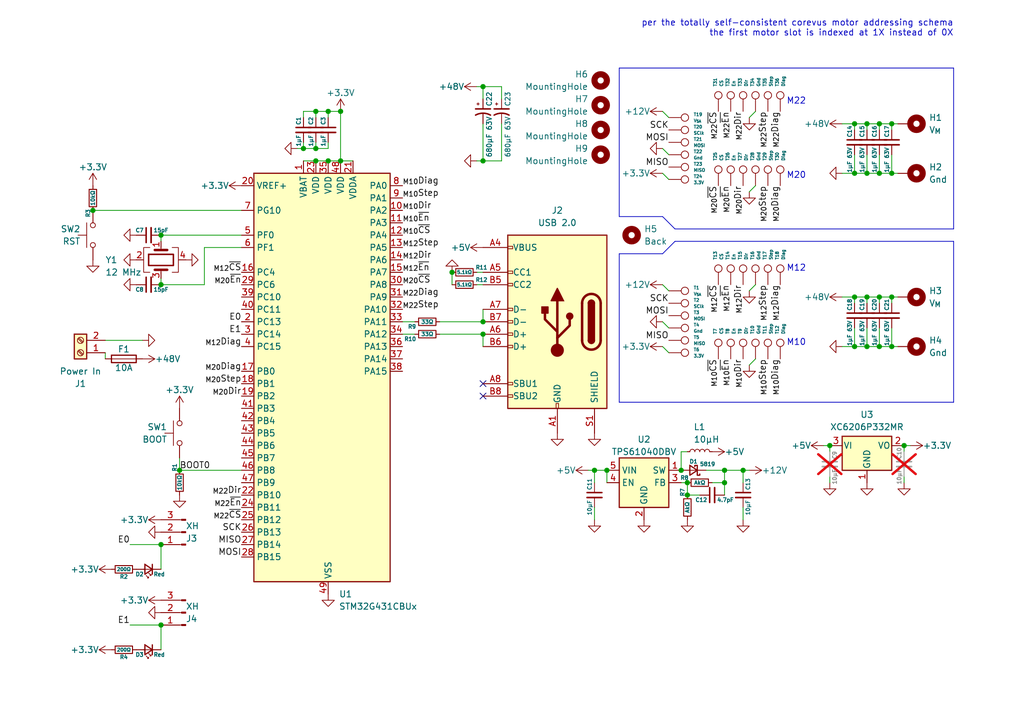
<source format=kicad_sch>
(kicad_sch (version 20230121) (generator eeschema)
  (paper "A5")
  (junction (at 177.8 25.4))
  (junction (at 175.26 35.56))
  (junction (at 182.88 60.96))
  (junction (at 182.88 25.4))
  (junction (at 33.02 48.26))
  (junction (at 148.59 99.06))
  (junction (at 33.02 111.76))
  (junction (at 67.31 22.86))
  (junction (at 177.8 35.56))
  (junction (at 175.26 25.4))
  (junction (at 124.46 96.52))
  (junction (at 180.34 60.96))
  (junction (at 139.7 96.52))
  (junction (at 36.83 96.52))
  (junction (at 182.88 35.56))
  (junction (at 140.97 101.6))
  (junction (at 180.34 71.12))
  (junction (at 121.92 96.52))
  (junction (at 152.4 96.52))
  (junction (at 99.06 33.02))
  (junction (at 140.97 99.06))
  (junction (at 177.8 60.96))
  (junction (at 64.77 30.48))
  (junction (at 177.8 71.12))
  (junction (at 148.59 96.52))
  (junction (at 33.02 58.42))
  (junction (at 180.34 25.4))
  (junction (at 182.88 71.12))
  (junction (at 185.42 91.44))
  (junction (at 170.18 91.44))
  (junction (at 69.85 33.02))
  (junction (at 175.26 60.96))
  (junction (at 64.77 33.02))
  (junction (at 99.06 17.78))
  (junction (at 99.06 68.58))
  (junction (at 175.26 71.12))
  (junction (at 33.02 128.27))
  (junction (at 67.31 33.02))
  (junction (at 64.77 22.86))
  (junction (at 92.71 55.88))
  (junction (at 99.06 66.04))
  (junction (at 180.34 35.56))
  (junction (at 62.23 30.48))
  (junction (at 69.85 22.86))
  (junction (at 19.05 43.18))
  (no_connect (at 99.06 81.28))
  (no_connect (at 99.06 78.74))
  (wire (pts (xy 175.26 31.75) (xy 175.26 35.56)))
  (polyline (pts (xy 127 13.97) (xy 195.58 13.97)))
  (wire (pts (xy 175.26 71.12) (xy 177.8 71.12)))
  (wire (pts (xy 33.02 48.26) (xy 49.53 48.26)))
  (wire (pts (xy 41.91 50.8) (xy 41.91 58.42)))
  (wire (pts (xy 90.17 66.04) (xy 99.06 66.04)))
  (wire (pts (xy 172.72 71.12) (xy 175.26 71.12)))
  (polyline (pts (xy 127 52.07) (xy 127 82.55)))
  (wire (pts (xy 26.67 111.76) (xy 33.02 111.76)))
  (wire (pts (xy 135.89 71.12) (xy 137.16 72.39)))
  (wire (pts (xy 182.88 31.75) (xy 182.88 35.56)))
  (polyline (pts (xy 195.58 13.97) (xy 195.58 46.99)))
  (wire (pts (xy 69.85 33.02) (xy 69.85 22.86)))
  (wire (pts (xy 64.77 33.02) (xy 67.31 33.02)))
  (wire (pts (xy 67.31 33.02) (xy 69.85 33.02)))
  (wire (pts (xy 175.26 60.96) (xy 177.8 60.96)))
  (wire (pts (xy 99.06 55.88) (xy 97.79 55.88)))
  (wire (pts (xy 168.91 91.44) (xy 170.18 91.44)))
  (wire (pts (xy 92.71 55.88) (xy 92.71 58.42)))
  (wire (pts (xy 124.46 96.52) (xy 124.46 99.06)))
  (wire (pts (xy 36.83 96.52) (xy 49.53 96.52)))
  (wire (pts (xy 175.26 62.23) (xy 175.26 60.96)))
  (polyline (pts (xy 195.58 49.53) (xy 195.58 82.55)))
  (wire (pts (xy 180.34 25.4) (xy 182.88 25.4)))
  (wire (pts (xy 185.42 91.44) (xy 186.69 91.44)))
  (wire (pts (xy 180.34 35.56) (xy 182.88 35.56)))
  (wire (pts (xy 177.8 25.4) (xy 180.34 25.4)))
  (wire (pts (xy 152.4 106.68) (xy 152.4 104.14)))
  (wire (pts (xy 182.88 26.67) (xy 182.88 25.4)))
  (wire (pts (xy 153.67 74.93) (xy 154.94 73.66)))
  (wire (pts (xy 146.05 99.06) (xy 148.59 99.06)))
  (wire (pts (xy 90.17 68.58) (xy 99.06 68.58)))
  (polyline (pts (xy 127 52.07) (xy 135.89 52.07)))
  (wire (pts (xy 153.67 39.37) (xy 154.94 38.1)))
  (wire (pts (xy 148.59 96.52) (xy 152.4 96.52)))
  (wire (pts (xy 153.67 96.52) (xy 152.4 96.52)))
  (wire (pts (xy 99.06 25.4) (xy 99.06 33.02)))
  (wire (pts (xy 62.23 29.21) (xy 62.23 30.48)))
  (wire (pts (xy 182.88 67.31) (xy 182.88 71.12)))
  (wire (pts (xy 135.89 58.42) (xy 137.16 59.69)))
  (wire (pts (xy 67.31 24.13) (xy 67.31 22.86)))
  (wire (pts (xy 172.72 35.56) (xy 175.26 35.56)))
  (wire (pts (xy 33.02 48.26) (xy 33.02 49.53)))
  (wire (pts (xy 121.92 104.14) (xy 121.92 106.68)))
  (wire (pts (xy 26.67 128.27) (xy 33.02 128.27)))
  (wire (pts (xy 99.06 17.78) (xy 99.06 20.32)))
  (wire (pts (xy 62.23 24.13) (xy 62.23 22.86)))
  (wire (pts (xy 177.8 26.67) (xy 177.8 25.4)))
  (wire (pts (xy 64.77 30.48) (xy 67.31 30.48)))
  (wire (pts (xy 139.7 92.71) (xy 139.7 96.52)))
  (wire (pts (xy 19.05 43.18) (xy 49.53 43.18)))
  (wire (pts (xy 180.34 26.67) (xy 180.34 25.4)))
  (wire (pts (xy 21.59 73.66) (xy 21.59 72.39)))
  (wire (pts (xy 182.88 35.56) (xy 184.15 35.56)))
  (wire (pts (xy 153.67 24.13) (xy 154.94 22.86)))
  (polyline (pts (xy 127 13.97) (xy 127 44.45)))
  (wire (pts (xy 102.87 25.4) (xy 102.87 33.02)))
  (wire (pts (xy 60.96 30.48) (xy 62.23 30.48)))
  (wire (pts (xy 64.77 22.86) (xy 67.31 22.86)))
  (wire (pts (xy 185.42 91.44) (xy 185.42 92.71)))
  (wire (pts (xy 120.65 96.52) (xy 121.92 96.52)))
  (wire (pts (xy 170.18 97.79) (xy 170.18 99.06)))
  (wire (pts (xy 153.67 59.69) (xy 154.94 58.42)))
  (wire (pts (xy 177.8 62.23) (xy 177.8 60.96)))
  (wire (pts (xy 102.87 17.78) (xy 102.87 20.32)))
  (wire (pts (xy 33.02 58.42) (xy 41.91 58.42)))
  (wire (pts (xy 182.88 60.96) (xy 184.15 60.96)))
  (wire (pts (xy 172.72 25.4) (xy 175.26 25.4)))
  (wire (pts (xy 148.59 96.52) (xy 148.59 99.06)))
  (wire (pts (xy 67.31 29.21) (xy 67.31 30.48)))
  (wire (pts (xy 180.34 71.12) (xy 182.88 71.12)))
  (wire (pts (xy 121.92 96.52) (xy 121.92 99.06)))
  (wire (pts (xy 180.34 31.75) (xy 180.34 35.56)))
  (wire (pts (xy 180.34 62.23) (xy 180.34 60.96)))
  (wire (pts (xy 64.77 29.21) (xy 64.77 30.48)))
  (wire (pts (xy 41.91 50.8) (xy 49.53 50.8)))
  (wire (pts (xy 64.77 22.86) (xy 64.77 24.13)))
  (wire (pts (xy 99.06 58.42) (xy 97.79 58.42)))
  (wire (pts (xy 140.97 101.6) (xy 143.51 101.6)))
  (wire (pts (xy 82.55 68.58) (xy 85.09 68.58)))
  (wire (pts (xy 62.23 22.86) (xy 64.77 22.86)))
  (wire (pts (xy 175.26 35.56) (xy 177.8 35.56)))
  (wire (pts (xy 180.34 67.31) (xy 180.34 71.12)))
  (wire (pts (xy 33.02 111.76) (xy 33.02 116.84)))
  (polyline (pts (xy 127 44.45) (xy 135.89 44.45)))
  (wire (pts (xy 185.42 97.79) (xy 185.42 99.06)))
  (polyline (pts (xy 138.43 46.99) (xy 135.89 44.45)))
  (wire (pts (xy 97.79 33.02) (xy 99.06 33.02)))
  (wire (pts (xy 144.78 96.52) (xy 148.59 96.52)))
  (wire (pts (xy 135.89 66.04) (xy 137.16 67.31)))
  (wire (pts (xy 139.7 92.71) (xy 140.97 92.71)))
  (wire (pts (xy 62.23 33.02) (xy 64.77 33.02)))
  (polyline (pts (xy 138.43 49.53) (xy 135.89 52.07)))
  (wire (pts (xy 62.23 30.48) (xy 64.77 30.48)))
  (wire (pts (xy 140.97 99.06) (xy 140.97 101.6)))
  (wire (pts (xy 99.06 63.5) (xy 99.06 66.04)))
  (wire (pts (xy 135.89 22.86) (xy 137.16 24.13)))
  (wire (pts (xy 180.34 60.96) (xy 182.88 60.96)))
  (wire (pts (xy 135.89 35.56) (xy 137.16 36.83)))
  (wire (pts (xy 182.88 25.4) (xy 184.15 25.4)))
  (wire (pts (xy 177.8 31.75) (xy 177.8 35.56)))
  (wire (pts (xy 170.18 91.44) (xy 170.18 92.71)))
  (wire (pts (xy 182.88 62.23) (xy 182.88 60.96)))
  (wire (pts (xy 33.02 128.27) (xy 33.02 133.35)))
  (wire (pts (xy 99.06 33.02) (xy 102.87 33.02)))
  (wire (pts (xy 175.26 26.67) (xy 175.26 25.4)))
  (wire (pts (xy 135.89 30.48) (xy 137.16 31.75)))
  (wire (pts (xy 172.72 60.96) (xy 175.26 60.96)))
  (wire (pts (xy 121.92 96.52) (xy 124.46 96.52)))
  (wire (pts (xy 33.02 57.15) (xy 33.02 58.42)))
  (wire (pts (xy 177.8 60.96) (xy 180.34 60.96)))
  (wire (pts (xy 177.8 35.56) (xy 180.34 35.56)))
  (wire (pts (xy 152.4 96.52) (xy 152.4 99.06)))
  (wire (pts (xy 99.06 17.78) (xy 102.87 17.78)))
  (wire (pts (xy 69.85 33.02) (xy 72.39 33.02)))
  (wire (pts (xy 148.59 99.06) (xy 148.59 101.6)))
  (wire (pts (xy 99.06 68.58) (xy 99.06 71.12)))
  (wire (pts (xy 67.31 22.86) (xy 69.85 22.86)))
  (wire (pts (xy 82.55 66.04) (xy 85.09 66.04)))
  (wire (pts (xy 175.26 25.4) (xy 177.8 25.4)))
  (wire (pts (xy 21.59 69.85) (xy 29.21 69.85)))
  (polyline (pts (xy 127 82.55) (xy 195.58 82.55)))
  (wire (pts (xy 177.8 67.31) (xy 177.8 71.12)))
  (polyline (pts (xy 138.43 46.99) (xy 195.58 46.99)))
  (wire (pts (xy 175.26 67.31) (xy 175.26 71.12)))
  (polyline (pts (xy 138.43 49.53) (xy 195.58 49.53)))
  (wire (pts (xy 36.83 93.98) (xy 36.83 96.52)))
  (wire (pts (xy 182.88 71.12) (xy 184.15 71.12)))
  (wire (pts (xy 139.7 99.06) (xy 140.97 99.06)))
  (wire (pts (xy 177.8 71.12) (xy 180.34 71.12)))
  (wire (pts (xy 97.79 17.78) (xy 99.06 17.78)))
  (text "M12" (at 161.29 55.88 0) (effects (font (size 1.27 1.27)) (justify left bottom)))
  (text "M22" (at 161.29 21.59 0) (effects (font (size 1.27 1.27)) (justify left bottom)))
  (text "per the totally self-consistent corevus motor addressing schema\nthe first motor slot is indexed at 1X instead of 0X" (at 195.58 7.62 0) (effects (font (size 1.27 1.27)) (justify right bottom)))
  (text "12V gate supply" (at 260.35 109.22 0) (effects (font (size 1.27 1.27)) (justify left bottom)))
  (text "M10" (at 161.29 71.12 0) (effects (font (size 1.27 1.27)) (justify left bottom)))
  (text "M20" (at 161.29 36.83 0) (effects (font (size 1.27 1.27)) (justify left bottom)))
  (label "_{M10}Dir" (at 152.4 73.66 270))
  (label "_{M20}~{CS}" (at 82.55 58.42 0))
  (label "_{M10}Step" (at 82.55 40.64 0))
  (label "MOSI" (at 49.53 114.3 180))
  (label "_{M20}Step" (at 49.53 78.74 180))
  (label "_{M20}Diag" (at 160.02 38.1 270))
  (label "MISO" (at 49.53 111.76 180))
  (label "SCK" (at 137.16 26.67 180))
  (label "_{M12}Step" (at 157.48 58.42 270))
  (label "_{M22}~{CS}" (at 147.32 22.86 270))
  (label "_{M12}Dir" (at 152.4 58.42 270))
  (label "_{M20}~{En}" (at 149.86 38.1 270))
  (label "_{M10}~{CS}" (at 82.55 48.26 0))
  (label "_{M12}~{En}" (at 149.86 58.42 270))
  (label "_{M20}Dir" (at 49.53 81.28 180))
  (label "_{M22}Dir" (at 49.53 101.6 180))
  (label "_{M10}Diag" (at 160.02 73.66 270))
  (label "_{M10}Diag" (at 82.55 38.1 0))
  (label "_{M22}~{En}" (at 49.53 104.14 180))
  (label "_{M12}Diag" (at 49.53 71.12 180))
  (label "_{M10}~{CS}" (at 147.32 73.66 270))
  (label "_{M12}~{CS}" (at 49.53 55.88 180))
  (label "_{M20}~{En}" (at 49.53 58.42 180))
  (label "_{M12}Dir" (at 82.55 53.34 0))
  (label "SCK" (at 137.16 62.23 180))
  (label "_{M20}Dir" (at 152.4 38.1 270))
  (label "E1" (at 26.67 128.27 180))
  (label "_{M20}Diag" (at 49.53 76.2 180))
  (label "_{M22}Dir" (at 152.4 22.86 270))
  (label "MOSI" (at 137.16 29.21 180))
  (label "_{M22}~{En}" (at 149.86 22.86 270))
  (label "_{M10}Step" (at 157.48 73.66 270))
  (label "_{M22}Step" (at 82.55 63.5 0))
  (label "_{M12}Step" (at 82.55 50.8 0))
  (label "BOOT0" (at 36.83 96.52 0))
  (label "SCK" (at 49.53 109.22 180))
  (label "_{M20}Step" (at 157.48 38.1 270))
  (label "_{M22}~{CS}" (at 49.53 106.68 180))
  (label "_{M22}Diag" (at 160.02 22.86 270))
  (label "_{M12}~{CS}" (at 147.32 58.42 270))
  (label "_{M12}Diag" (at 160.02 58.42 270))
  (label "_{M22}Diag" (at 82.55 60.96 0))
  (label "_{M22}Step" (at 157.48 22.86 270))
  (label "_{M10}~{En}" (at 82.55 45.72 0))
  (label "MISO" (at 137.16 34.29 180))
  (label "MOSI" (at 137.16 64.77 180))
  (label "_{M10}~{En}" (at 149.86 73.66 270))
  (label "_{M12}~{En}" (at 82.55 55.88 0))
  (label "_{M10}Dir" (at 82.55 43.18 0))
  (label "_{M20}~{CS}" (at 147.32 38.1 270))
  (label "MISO" (at 137.16 69.85 180))
  (label "E1" (at 49.53 68.58 180))
  (label "E0" (at 26.67 111.76 180))
  (label "E0" (at 49.53 66.04 180))
  (symbol (lib_id "Connector:TestPoint") (at 160.02 22.86 0) (unit 1)
    (property "Reference" "T36" (at 159.385 17.78 90) (effects (font (size 0.635 0.635)) (justify left)))
    (property "Value" "Diag" (at 160.655 17.78 90) (effects (font (size 0.635 0.635)) (justify left)))
    (property "Footprint" "corevus:LGA_Spring" (effects hide))
  )
  (symbol (lib_id "power:+5V") (at 146.05 92.71 270) (unit 1)
    (property "Reference" "#PWR030" (effects hide))
    (property "Value" "+5V" (at 148.59 92.71 90) (effects (justify left)))
  )
  (symbol (lib_id "Device:R_Small") (at 140.97 104.14 180) (unit 1)
    (property "Reference" "R7" (at 139.97 101.87 90) (effects (font (size 0.8 0.8)) (justify right)))
    (property "Value" "AkΩ" (at 140.97 104.14 90) (effects (font (size 0.8 0.8))))
    (property "Footprint" "AlphaLib:0402R" (effects hide))
  )
  (symbol (lib_id "Device:C_Polarized_Small_US") (at 102.87 22.86 0) (unit 1)
    (property "Reference" "C23" (at 104.14 21.86 90) (effects (font (size 1 1)) (justify left)))
    (property "Value" "680μF 63V" (at 104.14 23.86 90) (effects (font (size 1 1)) (justify right)))
    (property "Footprint" "corevus:CP_Radial_D12.5mm_P5.00mm_H20mm_Horizontal" (effects hide))
    (property "Field4" "C310848" (effects hide))
  )
  (symbol (lib_id "Connector:TestPoint") (at 149.86 38.1 0) (unit 1)
    (property "Reference" "T26" (at 149.225 33.02 90) (effects (font (size 0.635 0.635)) (justify left)))
    (property "Value" "En" (at 150.495 33.02 90) (effects (font (size 0.635 0.635)) (justify left)))
    (property "Footprint" "corevus:LGA_Spring" (effects hide))
  )
  (symbol (lib_id "Device:LED_Small") (at 30.48 116.84 180) (unit 1)
    (property "Reference" "D2" (at 29.48 117.84 0) (effects (font (size 0.8 0.8)) (justify left)))
    (property "Value" "Red" (at 31.48 117.84 0) (effects (font (size 0.8 0.8)) (justify right)))
    (property "Footprint" "AlphaLib:0603LED" (effects hide))
  )
  (symbol (lib_id "power:GND") (at 140.97 106.68 0) (mirror y) (unit 1)
    (property "Reference" "#PWR032" (effects hide))
    (property "Value" "GND" (effects hide))
  )
  (symbol (lib_id "power:GND") (at 172.72 35.56 270) (unit 1)
    (property "Reference" "#PWR013" (effects hide))
    (property "Value" "GND" (effects hide))
  )
  (symbol (lib_id "power:GND") (at 153.67 24.13 0) (mirror y) (unit 1)
    (property "Reference" "#PWR036" (effects hide))
    (property "Value" "GND" (effects hide))
  )
  (symbol (lib_id "Connector:TestPoint") (at 152.4 73.66 0) (unit 1)
    (property "Reference" "T9" (at 151.765 68.58 90) (effects (font (size 0.635 0.635)) (justify left)))
    (property "Value" "Dir" (at 153.035 68.58 90) (effects (font (size 0.635 0.635)) (justify left)))
    (property "Footprint" "corevus:LGA_Spring" (effects hide))
  )
  (symbol (lib_id "Connector:TestPoint") (at 152.4 58.42 0) (unit 1)
    (property "Reference" "T15" (at 151.765 53.34 90) (effects (font (size 0.635 0.635)) (justify left)))
    (property "Value" "Dir" (at 153.035 53.34 90) (effects (font (size 0.635 0.635)) (justify left)))
    (property "Footprint" "corevus:LGA_Spring" (effects hide))
  )
  (symbol (lib_id "power:+3.3V") (at 49.53 38.1 90) (unit 1)
    (property "Reference" "#PWR03" (effects hide))
    (property "Value" "+3.3V" (at 46.99 38.1 90) (effects (justify left)))
  )
  (symbol (lib_id "Connector:TestPoint") (at 137.16 34.29 270) (unit 1)
    (property "Reference" "T23" (at 142.24 33.655 90) (effects (font (size 0.635 0.635)) (justify left)))
    (property "Value" "MISO" (at 142.24 34.925 90) (effects (font (size 0.635 0.635)) (justify left)))
    (property "Footprint" "corevus:LGA_Spring" (effects hide))
  )
  (symbol (lib_id "power:+12V") (at 135.89 58.42 90) (unit 1)
    (property "Reference" "#PWR039" (effects hide))
    (property "Value" "+12V" (at 133.35 58.42 90) (effects (justify left)))
  )
  (symbol (lib_id "Connector:TestPoint") (at 137.16 31.75 270) (unit 1)
    (property "Reference" "T22" (at 142.24 31.115 90) (effects (font (size 0.635 0.635)) (justify left)))
    (property "Value" "Gnd" (at 142.24 32.385 90) (effects (font (size 0.635 0.635)) (justify left)))
    (property "Footprint" "corevus:LGA_Spring" (effects hide))
  )
  (symbol (lib_id "Mechanical:MountingHole_Pad") (at 186.69 60.96 270) (unit 1)
    (property "Reference" "H3" (at 190.5 59.69 90) (effects (justify left)))
    (property "Value" "V_{M}" (at 190.5 62.23 90) (effects (justify left)))
    (property "Footprint" "corevus:M3_M2.5_PCB_Nut" (effects hide))
  )
  (symbol (lib_id "Connector:TestPoint") (at 137.16 72.39 270) (unit 1)
    (property "Reference" "T6" (at 142.24 71.755 90) (effects (font (size 0.635 0.635)) (justify left)))
    (property "Value" "3.3V" (at 142.24 73.025 90) (effects (font (size 0.635 0.635)) (justify left)))
    (property "Footprint" "corevus:LGA_Spring" (effects hide))
  )
  (symbol (lib_id "Device:R_Small") (at 95.25 55.88 90) (unit 1)
    (property "Reference" "R11" (at 97.52 54.88 90) (effects (font (size 0.8 0.8)) (justify right)))
    (property "Value" "5.1kΩ" (at 95.25 55.88 90) (effects (font (size 0.7 0.7))))
    (property "Footprint" "AlphaLib:0402R" (effects hide))
  )
  (symbol (lib_id "power:+48V") (at 172.72 25.4 90) (unit 1)
    (property "Reference" "#PWR014" (effects hide))
    (property "Value" "+48V" (at 170.18 25.4 90) (effects (justify left)))
  )
  (symbol (lib_id "power:GND") (at 153.67 39.37 0) (mirror y) (unit 1)
    (property "Reference" "#PWR035" (effects hide))
    (property "Value" "GND" (effects hide))
  )
  (symbol (lib_id "Connector:TestPoint") (at 137.16 69.85 270) (unit 1)
    (property "Reference" "T5" (at 142.24 69.215 90) (effects (font (size 0.635 0.635)) (justify left)))
    (property "Value" "MISO" (at 142.24 70.485 90) (effects (font (size 0.635 0.635)) (justify left)))
    (property "Footprint" "corevus:LGA_Spring" (effects hide))
  )
  (symbol (lib_id "power:GND") (at 135.89 66.04 270) (mirror x) (unit 1)
    (property "Reference" "#PWR040" (effects hide))
    (property "Value" "GND" (effects hide))
  )
  (symbol (lib_id "Device:C_Small") (at 30.48 58.42 90) (unit 1)
    (property "Reference" "C8" (at 29.48 59.42 90) (effects (font (size 0.8 0.8)) (justify left)))
    (property "Value" "15pF" (at 31.48 59.42 90) (effects (font (size 0.8 0.8)) (justify right)))
    (property "Footprint" "AlphaLib:0402C" (effects hide))
  )
  (symbol (lib_id "power:+48V") (at 29.21 73.66 270) (mirror x) (unit 1)
    (property "Reference" "#PWR015" (effects hide))
    (property "Value" "+48V" (at 31.75 73.66 90) (effects (justify left)))
  )
  (symbol (lib_id "Device:C_Small") (at 180.34 64.77 0) (unit 1)
    (property "Reference" "C20" (at 179.34 63.77 90) (effects (font (size 0.8 0.8)) (justify left)))
    (property "Value" "1μF 63V" (at 179.34 65.77 90) (effects (font (size 0.8 0.8)) (justify right)))
    (property "Footprint" "Capacitor_SMD:C_1206_3216Metric" (effects hide))
  )
  (symbol (lib_id "Connector:TestPoint") (at 137.16 29.21 270) (unit 1)
    (property "Reference" "T21" (at 142.24 28.575 90) (effects (font (size 0.635 0.635)) (justify left)))
    (property "Value" "MOSI" (at 142.24 29.845 90) (effects (font (size 0.635 0.635)) (justify left)))
    (property "Footprint" "corevus:LGA_Spring" (effects hide))
  )
  (symbol (lib_id "power:GND") (at 170.18 99.06 0) (mirror y) (unit 1)
    (property "Reference" "#PWR024" (effects hide))
    (property "Value" "GND" (effects hide))
  )
  (symbol (lib_id "Connector:TestPoint") (at 137.16 36.83 270) (unit 1)
    (property "Reference" "T24" (at 142.24 36.195 90) (effects (font (size 0.635 0.635)) (justify left)))
    (property "Value" "3.3V" (at 142.24 37.465 90) (effects (font (size 0.635 0.635)) (justify left)))
    (property "Footprint" "corevus:LGA_Spring" (effects hide))
  )
  (symbol (lib_id "Connector:TestPoint") (at 154.94 58.42 0) (unit 1)
    (property "Reference" "T16" (at 154.305 53.34 90) (effects (font (size 0.635 0.635)) (justify left)))
    (property "Value" "Gnd" (at 155.575 53.34 90) (effects (font (size 0.635 0.635)) (justify left)))
    (property "Footprint" "corevus:LGA_Spring" (effects hide))
  )
  (symbol (lib_id "Connector:TestPoint") (at 147.32 38.1 0) (unit 1)
    (property "Reference" "T25" (at 146.685 33.02 90) (effects (font (size 0.635 0.635)) (justify left)))
    (property "Value" "CS" (at 147.955 33.02 90) (effects (font (size 0.635 0.635)) (justify left)))
    (property "Footprint" "corevus:LGA_Spring" (effects hide))
  )
  (symbol (lib_id "power:GND") (at 132.08 106.68 0) (mirror y) (unit 1)
    (property "Reference" "#PWR031" (effects hide))
    (property "Value" "GND" (effects hide))
  )
  (symbol (lib_id "Device:R_Small") (at 143.51 99.06 270) (mirror x) (unit 1)
    (property "Reference" "R8" (at 141.24 98.06 90) (effects (font (size 0.8 0.8)) (justify right)))
    (property "Value" "AkΩ" (at 143.51 99.06 90) (effects (font (size 0.8 0.8))))
    (property "Footprint" "AlphaLib:0402R" (effects hide))
  )
  (symbol (lib_id "Regulator_Switching:TPS61040DBV") (at 132.08 99.06 0) (unit 1)
    (property "Reference" "U2" (at 132.08 90.17 0))
    (property "Value" "TPS61040DBV" (at 132.08 92.71 0))
    (property "Footprint" "Package_TO_SOT_SMD:SOT-23-5" (effects hide))
    (property "Datasheet" "http://www.ti.com/lit/ds/symlink/tps61040.pdf" (effects hide))
  )
  (symbol (lib_id "Device:R_Small") (at 36.83 99.06 180) (unit 1)
    (property "Reference" "R1" (at 35.83 96.79 90) (effects (font (size 0.8 0.8)) (justify right)))
    (property "Value" "10kΩ" (at 36.83 99.06 90) (effects (font (size 0.8 0.8))))
    (property "Footprint" "AlphaLib:0402R" (effects hide))
  )
  (symbol (lib_id "power:+3.3V") (at 135.89 35.56 90) (unit 1)
    (property "Reference" "#PWR037" (effects hide))
    (property "Value" "+3.3V" (at 133.35 35.56 90) (effects (justify left)))
  )
  (symbol (lib_id "Device:C_Small") (at 64.77 26.67 0) (unit 1)
    (property "Reference" "C2" (at 63.77 25.67 90) (effects (font (size 0.8 0.8)) (justify left)))
    (property "Value" "1µF" (at 63.77 27.67 90) (effects (font (size 0.8 0.8)) (justify right)))
    (property "Footprint" "AlphaLib:0402C" (effects hide))
  )
  (symbol (lib_id "Device:Fuse") (at 25.4 73.66 90) (unit 1)
    (property "Reference" "F1" (at 25.4 72.39 90) (effects (justify top)))
    (property "Value" "10A" (at 25.4 76.2 90) (effects (justify top)))
    (property "Footprint" "corevus:XF-505P" (effects hide))
  )
  (symbol (lib_id "Connector:TestPoint") (at 154.94 22.86 0) (unit 1)
    (property "Reference" "T34" (at 154.305 17.78 90) (effects (font (size 0.635 0.635)) (justify left)))
    (property "Value" "Gnd" (at 155.575 17.78 90) (effects (font (size 0.635 0.635)) (justify left)))
    (property "Footprint" "corevus:LGA_Spring" (effects hide))
  )
  (symbol (lib_id "power:GND") (at 135.89 30.48 270) (mirror x) (unit 1)
    (property "Reference" "#PWR038" (effects hide))
    (property "Value" "GND" (effects hide))
  )
  (symbol (lib_id "power:+3.3V") (at 69.85 22.86 0) (mirror y) (unit 1)
    (property "Reference" "#PWR01" (effects hide))
    (property "Value" "+3.3V" (at 69.85 19.05 0))
  )
  (symbol (lib_id "Device:C_Small") (at 180.34 29.21 0) (unit 1)
    (property "Reference" "C16" (at 179.34 28.21 90) (effects (font (size 0.8 0.8)) (justify left)))
    (property "Value" "1μF 63V" (at 179.34 30.21 90) (effects (font (size 0.8 0.8)) (justify right)))
    (property "Footprint" "Capacitor_SMD:C_1206_3216Metric" (effects hide))
  )
  (symbol (lib_id "Device:D_Schottky_Small") (at 142.24 96.52 180) (unit 1)
    (property "Reference" "D1" (at 142.24 94.72 0) (effects (font (size 0.8 0.8))))
    (property "Value" "5819" (at 143.51 95.25 0) (effects (font (size 0.8 0.8)) (justify right)))
    (property "Footprint" "corevus:D_SOD-323" (effects hide))
    (property "Sim.Device" "D" (effects hide))
    (property "Sim.Pins" "1=K 2=A" (effects hide))
  )
  (symbol (lib_id "Connector:Conn_01x03_Pin") (at 38.1 125.73 180) (unit 1)
    (property "Reference" "J4" (at 38.1 127 0) (effects (justify right)))
    (property "Value" "XH" (at 38.1 124.46 0) (effects (justify right)))
    (property "Footprint" "corevus:JST_XH_1x03" (effects hide))
  )
  (symbol (lib_id "Connector:TestPoint") (at 157.48 58.42 0) (unit 1)
    (property "Reference" "T17" (at 156.845 53.34 90) (effects (font (size 0.635 0.635)) (justify left)))
    (property "Value" "Step" (at 158.115 53.34 90) (effects (font (size 0.635 0.635)) (justify left)))
    (property "Footprint" "corevus:LGA_Spring" (effects hide))
  )
  (symbol (lib_id "Mechanical:MountingHole_Pad") (at 186.69 35.56 270) (unit 1)
    (property "Reference" "H2" (at 190.5 34.29 90) (effects (justify left)))
    (property "Value" "Gnd" (at 190.5 36.83 90) (effects (justify left)))
    (property "Footprint" "corevus:M3_M2.5_PCB_Nut" (effects hide))
  )
  (symbol (lib_id "power:GND") (at 153.67 74.93 0) (mirror y) (unit 1)
    (property "Reference" "#PWR020" (effects hide))
    (property "Value" "GND" (effects hide))
  )
  (symbol (lib_id "power:GND") (at 27.94 58.42 270) (mirror x) (unit 1)
    (property "Reference" "#PWR010" (effects hide))
    (property "Value" "GND" (effects hide))
  )
  (symbol (lib_id "power:GND") (at 152.4 106.68 0) (mirror y) (unit 1)
    (property "Reference" "#PWR033" (effects hide))
    (property "Value" "GND" (effects hide))
  )
  (symbol (lib_id "Mechanical:MountingHole") (at 129.54 48.26 270) (unit 1)
    (property "Reference" "H5" (at 132.08 46.99 90) (effects (justify left)))
    (property "Value" "Back" (at 132.08 49.53 90) (effects (justify left)))
    (property "Footprint" "corevus:M3_M2.5_PCB_Nut" (effects hide))
  )
  (symbol (lib_id "Device:L_Small") (at 143.51 92.71 270) (mirror x) (unit 1)
    (property "Reference" "L1" (at 142.24 87.63 90) (effects (justify left)))
    (property "Value" "10µH" (at 142.24 90.17 90) (effects (justify left)))
    (property "Footprint" "Inductor_SMD:L_0805_2012Metric" (effects hide))
  )
  (symbol (lib_id "power:+5V") (at 168.91 91.44 90) (mirror x) (unit 1)
    (property "Reference" "#PWR023" (effects hide))
    (property "Value" "+5V" (at 166.37 91.44 90) (effects (justify left)))
  )
  (symbol (lib_id "Device:C_Small") (at 182.88 64.77 0) (unit 1)
    (property "Reference" "C21" (at 181.88 63.77 90) (effects (font (size 0.8 0.8)) (justify left)))
    (property "Value" "1μF 63V" (at 181.88 65.77 90) (effects (font (size 0.8 0.8)) (justify right)))
    (property "Footprint" "Capacitor_SMD:C_1206_3216Metric" (effects hide))
  )
  (symbol (lib_id "power:+48V") (at 172.72 60.96 90) (unit 1)
    (property "Reference" "#PWR018" (effects hide))
    (property "Value" "+48V" (at 170.18 60.96 90) (effects (justify left)))
  )
  (symbol (lib_id "Connector:TestPoint") (at 157.48 73.66 0) (unit 1)
    (property "Reference" "T11" (at 156.845 68.58 90) (effects (font (size 0.635 0.635)) (justify left)))
    (property "Value" "Step" (at 158.115 68.58 90) (effects (font (size 0.635 0.635)) (justify left)))
    (property "Footprint" "corevus:LGA_Spring" (effects hide))
  )
  (symbol (lib_id "power:GND") (at 27.94 53.34 270) (mirror x) (unit 1)
    (property "Reference" "#PWR011" (effects hide))
    (property "Value" "GND" (effects hide))
  )
  (symbol (lib_id "Device:C_Small") (at 175.26 64.77 0) (unit 1)
    (property "Reference" "C18" (at 174.26 63.77 90) (effects (font (size 0.8 0.8)) (justify left)))
    (property "Value" "1μF 63V" (at 174.26 65.77 90) (effects (font (size 0.8 0.8)) (justify right)))
    (property "Footprint" "Capacitor_SMD:C_1206_3216Metric" (effects hide))
  )
  (symbol (lib_id "Connector:TestPoint") (at 137.16 24.13 270) (unit 1)
    (property "Reference" "T19" (at 142.24 23.495 90) (effects (font (size 0.635 0.635)) (justify left)))
    (property "Value" "V_{SA}" (at 142.24 24.765 90) (effects (font (size 0.635 0.635)) (justify left)))
    (property "Footprint" "corevus:LGA_Spring" (effects hide))
  )
  (symbol (lib_id "Device:C_Small") (at 175.26 29.21 0) (unit 1)
    (property "Reference" "C14" (at 174.26 28.21 90) (effects (font (size 0.8 0.8)) (justify left)))
    (property "Value" "1μF 63V" (at 174.26 30.21 90) (effects (font (size 0.8 0.8)) (justify right)))
    (property "Footprint" "Capacitor_SMD:C_1206_3216Metric" (effects hide))
  )
  (symbol (lib_id "Device:R_Small") (at 25.4 116.84 270) (mirror x) (unit 1)
    (property "Reference" "R2" (at 25.4 118.34 90) (effects (font (size 0.8 0.8))))
    (property "Value" "200Ω" (at 25.4 116.84 90) (effects (font (size 0.7 0.7))))
    (property "Footprint" "AlphaLib:0402R" (effects hide))
  )
  (symbol (lib_id "Switch:SW_Push") (at 36.83 88.9 90) (unit 1)
    (property "Reference" "SW1" (at 34.29 87.63 90) (effects (justify left)))
    (property "Value" "BOOT" (at 34.29 90.17 90) (effects (justify left)))
    (property "Footprint" "corevus:ShouHan_TS3315A" (effects hide))
  )
  (symbol (lib_id "power:+3.3V") (at 33.02 123.19 90) (mirror x) (unit 1)
    (property "Reference" "#PWR051" (effects hide))
    (property "Value" "+3.3V" (at 30.48 123.19 90) (effects (justify left)))
  )
  (symbol (lib_id "power:GND") (at 67.31 121.92 0) (unit 1)
    (property "Reference" "#PWR016" (effects hide))
    (property "Value" "GND" (effects hide))
  )
  (symbol (lib_id "Connector:TestPoint") (at 149.86 73.66 0) (unit 1)
    (property "Reference" "T8" (at 149.225 68.58 90) (effects (font (size 0.635 0.635)) (justify left)))
    (property "Value" "En" (at 150.495 68.58 90) (effects (font (size 0.635 0.635)) (justify left)))
    (property "Footprint" "corevus:LGA_Spring" (effects hide))
  )
  (symbol (lib_id "Device:C_Small") (at 146.05 101.6 90) (unit 1)
    (property "Reference" "C12" (at 145.05 102.6 90) (effects (font (size 0.8 0.8)) (justify left)))
    (property "Value" "4.7pF" (at 147.05 102.6 90) (effects (font (size 0.8 0.8)) (justify right)))
    (property "Footprint" "AlphaLib:0402C" (effects hide))
  )
  (symbol (lib_id "Device:R_Small") (at 87.63 66.04 270) (unit 1)
    (property "Reference" "R9" (at 85.36 67.04 90) (effects (font (size 0.8 0.8)) (justify right)))
    (property "Value" "33Ω" (at 87.63 66.04 90) (effects (font (size 0.8 0.8))))
    (property "Footprint" "AlphaLib:0402R" (effects hide))
  )
  (symbol (lib_id "power:GND") (at 36.83 101.6 0) (mirror y) (unit 1)
    (property "Reference" "#PWR05" (effects hide))
    (property "Value" "GND" (effects hide))
  )
  (symbol (lib_id "power:GND") (at 97.79 33.02 270) (mirror x) (unit 1)
    (property "Reference" "#PWR049" (effects hide))
    (property "Value" "GND" (effects hide))
  )
  (symbol (lib_id "Connector:Conn_01x03_Pin") (at 38.1 109.22 180) (unit 1)
    (property "Reference" "J3" (at 38.1 110.49 0) (effects (justify right)))
    (property "Value" "XH" (at 38.1 107.95 0) (effects (justify right)))
    (property "Footprint" "corevus:JST_XH_1x03" (effects hide))
  )
  (symbol (lib_id "power:+3.3V") (at 22.86 116.84 90) (mirror x) (unit 1)
    (property "Reference" "#PWR07" (effects hide))
    (property "Value" "+3.3V" (at 20.32 116.84 90) (effects (justify left)))
  )
  (symbol (lib_id "Mechanical:MountingHole") (at 123.19 31.75 0) (unit 1)
    (property "Reference" "H9" (at 120.65 30.48 0) (effects (justify right)))
    (property "Value" "MountingHole" (at 120.65 33.02 0) (effects (justify right)))
    (property "Footprint" "MountingHole:MountingHole_3.2mm_M3" (effects hide))
  )
  (symbol (lib_id "power:+3.3V") (at 135.89 71.12 90) (unit 1)
    (property "Reference" "#PWR041" (effects hide))
    (property "Value" "+3.3V" (at 133.35 71.12 90) (effects (justify left)))
  )
  (symbol (lib_id "power:GND") (at 153.67 59.69 0) (mirror y) (unit 1)
    (property "Reference" "#PWR021" (effects hide))
    (property "Value" "GND" (effects hide))
  )
  (symbol (lib_id "power:+12V") (at 153.67 96.52 270) (unit 1)
    (property "Reference" "#PWR034" (effects hide))
    (property "Value" "+12V" (at 156.21 96.52 90) (effects (justify left)))
  )
  (symbol (lib_id "power:GND") (at 38.1 53.34 90) (mirror x) (unit 1)
    (property "Reference" "#PWR012" (effects hide))
    (property "Value" "GND" (effects hide))
  )
  (symbol (lib_id "Mechanical:MountingHole_Pad") (at 186.69 71.12 270) (unit 1)
    (property "Reference" "H4" (at 190.5 69.85 90) (effects (justify left)))
    (property "Value" "Gnd" (at 190.5 72.39 90) (effects (justify left)))
    (property "Footprint" "corevus:M3_M2.5_PCB_Nut" (effects hide))
  )
  (symbol (lib_id "power:GND") (at 29.21 69.85 90) (unit 1)
    (property "Reference" "#PWR017" (effects hide))
    (property "Value" "GND" (effects hide))
  )
  (symbol (lib_id "Device:C_Small") (at 62.23 26.67 0) (unit 1)
    (property "Reference" "C1" (at 61.23 25.67 90) (effects (font (size 0.8 0.8)) (justify left)))
    (property "Value" "1µF" (at 61.23 27.67 90) (effects (font (size 0.8 0.8)) (justify right)))
    (property "Footprint" "AlphaLib:0402C" (effects hide))
  )
  (symbol (lib_id "Connector:TestPoint") (at 137.16 67.31 270) (unit 1)
    (property "Reference" "T4" (at 142.24 66.675 90) (effects (font (size 0.635 0.635)) (justify left)))
    (property "Value" "Gnd" (at 142.24 67.945 90) (effects (font (size 0.635 0.635)) (justify left)))
    (property "Footprint" "corevus:LGA_Spring" (effects hide))
  )
  (symbol (lib_id "Device:C_Small") (at 177.8 64.77 0) (unit 1)
    (property "Reference" "C19" (at 176.8 63.77 90) (effects (font (size 0.8 0.8)) (justify left)))
    (property "Value" "1μF 63V" (at 176.8 65.77 90) (effects (font (size 0.8 0.8)) (justify right)))
    (property "Footprint" "Capacitor_SMD:C_1206_3216Metric" (effects hide))
  )
  (symbol (lib_id "Device:R_Small") (at 87.63 68.58 270) (unit 1)
    (property "Reference" "R10" (at 85.36 69.58 90) (effects (font (size 0.8 0.8)) (justify right)))
    (property "Value" "33Ω" (at 87.63 68.58 90) (effects (font (size 0.8 0.8))))
    (property "Footprint" "AlphaLib:0402R" (effects hide))
  )
  (symbol (lib_id "Connector:TestPoint") (at 152.4 22.86 0) (unit 1)
    (property "Reference" "T33" (at 151.765 17.78 90) (effects (font (size 0.635 0.635)) (justify left)))
    (property "Value" "Dir" (at 153.035 17.78 90) (effects (font (size 0.635 0.635)) (justify left)))
    (property "Footprint" "corevus:LGA_Spring" (effects hide))
  )
  (symbol (lib_id "Connector:TestPoint") (at 160.02 38.1 0) (unit 1)
    (property "Reference" "T30" (at 159.385 33.02 90) (effects (font (size 0.635 0.635)) (justify left)))
    (property "Value" "Diag" (at 160.655 33.02 90) (effects (font (size 0.635 0.635)) (justify left)))
    (property "Footprint" "corevus:LGA_Spring" (effects hide))
  )
  (symbol (lib_id "Connector:TestPoint") (at 137.16 26.67 270) (unit 1)
    (property "Reference" "T20" (at 142.24 26.035 90) (effects (font (size 0.635 0.635)) (justify left)))
    (property "Value" "SClk" (at 142.24 27.305 90) (effects (font (size 0.635 0.635)) (justify left)))
    (property "Footprint" "corevus:LGA_Spring" (effects hide))
  )
  (symbol (lib_id "power:+3.3V") (at 36.83 83.82 0) (mirror y) (unit 1)
    (property "Reference" "#PWR06" (effects hide))
    (property "Value" "+3.3V" (at 36.83 80.01 0))
  )
  (symbol (lib_id "Device:R_Small") (at 25.4 133.35 270) (mirror x) (unit 1)
    (property "Reference" "R4" (at 25.4 134.85 90) (effects (font (size 0.8 0.8))))
    (property "Value" "200Ω" (at 25.4 133.35 90) (effects (font (size 0.7 0.7))))
    (property "Footprint" "AlphaLib:0402R" (effects hide))
  )
  (symbol (lib_id "Device:C_Small") (at 30.48 48.26 90) (mirror x) (unit 1)
    (property "Reference" "C7" (at 29.48 47.26 90) (effects (font (size 0.8 0.8)) (justify left)))
    (property "Value" "15pF" (at 31.48 47.26 90) (effects (font (size 0.8 0.8)) (justify right)))
    (property "Footprint" "AlphaLib:0402C" (effects hide))
  )
  (symbol (lib_id "Device:C_Small") (at 182.88 29.21 0) (unit 1)
    (property "Reference" "C17" (at 181.88 28.21 90) (effects (font (size 0.8 0.8)) (justify left)))
    (property "Value" "1μF 63V" (at 181.88 30.21 90) (effects (font (size 0.8 0.8)) (justify right)))
    (property "Footprint" "Capacitor_SMD:C_1206_3216Metric" (effects hide))
  )
  (symbol (lib_id "power:GND") (at 33.02 109.22 270) (unit 1)
    (property "Reference" "#PWR050" (effects hide))
    (property "Value" "GND" (effects hide))
  )
  (symbol (lib_id "Connector:TestPoint") (at 147.32 73.66 0) (unit 1)
    (property "Reference" "T7" (at 146.685 68.58 90) (effects (font (size 0.635 0.635)) (justify left)))
    (property "Value" "CS" (at 147.955 68.58 90) (effects (font (size 0.635 0.635)) (justify left)))
    (property "Footprint" "corevus:LGA_Spring" (effects hide))
  )
  (symbol (lib_id "Connector:TestPoint") (at 147.32 22.86 0) (unit 1)
    (property "Reference" "T31" (at 146.685 17.78 90) (effects (font (size 0.635 0.635)) (justify left)))
    (property "Value" "CS" (at 147.955 17.78 90) (effects (font (size 0.635 0.635)) (justify left)))
    (property "Footprint" "corevus:LGA_Spring" (effects hide))
  )
  (symbol (lib_id "Device:C_Small") (at 121.92 101.6 0) (unit 1)
    (property "Reference" "C11" (at 120.92 100.6 90) (effects (font (size 0.8 0.8)) (justify left)))
    (property "Value" "10μF" (at 120.92 102.6 90) (effects (font (size 0.8 0.8)) (justify right)))
    (property "Footprint" "AlphaLib:0603C" (effects hide))
    (property "LCSC" "C19702" (effects hide))
  )
  (symbol (lib_id "Connector:TestPoint") (at 157.48 38.1 0) (unit 1)
    (property "Reference" "T29" (at 156.845 33.02 90) (effects (font (size 0.635 0.635)) (justify left)))
    (property "Value" "Step" (at 158.115 33.02 90) (effects (font (size 0.635 0.635)) (justify left)))
    (property "Footprint" "corevus:LGA_Spring" (effects hide))
  )
  (symbol (lib_id "Device:R_Small") (at 95.25 58.42 90) (unit 1)
    (property "Reference" "R12" (at 97.52 57.42 90) (effects (font (size 0.8 0.8)) (justify right)))
    (property "Value" "5.1kΩ" (at 95.25 58.42 90) (effects (font (size 0.7 0.7))))
    (property "Footprint" "AlphaLib:0402R" (effects hide))
  )
  (symbol (lib_id "power:GND") (at 177.8 99.06 0) (mirror y) (unit 1)
    (property "Reference" "#PWR025" (effects hide))
    (property "Value" "GND" (effects hide))
  )
  (symbol (lib_id "Device:C_Small") (at 170.18 95.25 0) (mirror y) (unit 1) (in_bom no) (on_board no) (dnp yes)
    (property "Reference" "C9" (at 171.18 94.25 90) (effects (font (size 0.8 0.8)) (justify left)))
    (property "Value" "10μF" (at 171.18 96.25 90) (effects (font (size 0.8 0.8)) (justify right)))
    (property "Footprint" "AlphaLib:0603C" (effects hide))
    (property "LCSC" "C19702" (effects hide))
  )
  (symbol (lib_id "power:GND") (at 172.72 71.12 270) (unit 1)
    (property "Reference" "#PWR019" (effects hide))
    (property "Value" "GND" (effects hide))
  )
  (symbol (lib_id "power:+5V") (at 120.65 96.52 90) (mirror x) (unit 1)
    (property "Reference" "#PWR028" (effects hide))
    (property "Value" "+5V" (at 118.11 96.52 90) (effects (justify left)))
  )
  (symbol (lib_id "Mechanical:MountingHole") (at 123.19 16.51 0) (unit 1)
    (property "Reference" "H6" (at 120.65 15.24 0) (effects (justify right)))
    (property "Value" "MountingHole" (at 120.65 17.78 0) (effects (justify right)))
    (property "Footprint" "MountingHole:MountingHole_3.2mm_M3" (effects hide))
  )
  (symbol (lib_id "Connector:TestPoint") (at 160.02 58.42 0) (unit 1)
    (property "Reference" "T18" (at 159.385 53.34 90) (effects (font (size 0.635 0.635)) (justify left)))
    (property "Value" "Diag" (at 160.655 53.34 90) (effects (font (size 0.635 0.635)) (justify left)))
    (property "Footprint" "corevus:LGA_Spring" (effects hide))
  )
  (symbol (lib_id "power:GND") (at 114.3 88.9 0) (mirror y) (unit 1)
    (property "Reference" "#PWR046" (effects hide))
    (property "Value" "GND" (effects hide))
  )
  (symbol (lib_id "Connector:TestPoint") (at 137.16 59.69 270) (unit 1)
    (property "Reference" "T1" (at 142.24 59.055 90) (effects (font (size 0.635 0.635)) (justify left)))
    (property "Value" "V_{SA}" (at 142.24 60.325 90) (effects (font (size 0.635 0.635)) (justify left)))
    (property "Footprint" "corevus:LGA_Spring" (effects hide))
  )
  (symbol (lib_id "Connector:TestPoint") (at 160.02 73.66 0) (unit 1)
    (property "Reference" "T12" (at 159.385 68.58 90) (effects (font (size 0.635 0.635)) (justify left)))
    (property "Value" "Diag" (at 160.655 68.58 90) (effects (font (size 0.635 0.635)) (justify left)))
    (property "Footprint" "corevus:LGA_Spring" (effects hide))
  )
  (symbol (lib_id "power:GND") (at 121.92 88.9 0) (mirror y) (unit 1)
    (property "Reference" "#PWR047" (effects hide))
    (property "Value" "GND" (effects hide))
  )
  (symbol (lib_id "Connector:TestPoint") (at 149.86 58.42 0) (unit 1)
    (property "Reference" "T14" (at 149.225 53.34 90) (effects (font (size 0.635 0.635)) (justify left)))
    (property "Value" "En" (at 150.495 53.34 90) (effects (font (size 0.635 0.635)) (justify left)))
    (property "Footprint" "corevus:LGA_Spring" (effects hide))
  )
  (symbol (lib_id "power:+5V") (at 99.06 50.8 90) (unit 1)
    (property "Reference" "#PWR043" (effects hide))
    (property "Value" "+5V" (at 96.52 50.8 90) (effects (justify left)))
  )
  (symbol (lib_id "Device:C_Small") (at 67.31 26.67 0) (unit 1)
    (property "Reference" "C3" (at 66.31 25.67 90) (effects (font (size 0.8 0.8)) (justify left)))
    (property "Value" "1µF" (at 66.31 27.67 90) (effects (font (size 0.8 0.8)) (justify right)))
    (property "Footprint" "AlphaLib:0402C" (effects hide))
  )
  (symbol (lib_id "Switch:SW_Push") (at 19.05 48.26 90) (unit 1)
    (property "Reference" "SW2" (at 16.51 46.99 90) (effects (justify left)))
    (property "Value" "RST" (at 16.51 49.53 90) (effects (justify left)))
    (property "Footprint" "corevus:ShouHan_TS3315A" (effects hide))
  )
  (symbol (lib_id "Connector:TestPoint") (at 154.94 38.1 0) (unit 1)
    (property "Reference" "T28" (at 154.305 33.02 90) (effects (font (size 0.635 0.635)) (justify left)))
    (property "Value" "Gnd" (at 155.575 33.02 90) (effects (font (size 0.635 0.635)) (justify left)))
    (property "Footprint" "corevus:LGA_Spring" (effects hide))
  )
  (symbol (lib_id "Connector:TestPoint") (at 137.16 64.77 270) (unit 1)
    (property "Reference" "T3" (at 142.24 64.135 90) (effects (font (size 0.635 0.635)) (justify left)))
    (property "Value" "MOSI" (at 142.24 65.405 90) (effects (font (size 0.635 0.635)) (justify left)))
    (property "Footprint" "corevus:LGA_Spring" (effects hide))
  )
  (symbol (lib_id "Connector:USB_C_Receptacle_USB2.0") (at 114.3 66.04 0) (mirror y) (unit 1)
    (property "Reference" "J2" (at 114.3 43.18 0))
    (property "Value" "USB 2.0" (at 114.3 45.72 0))
    (property "Footprint" "corevus:USB_Type-C_16p" (effects hide))
    (property "Datasheet" "https://www.usb.org/sites/default/files/documents/usb_type-c.zip" (effects hide))
  )
  (symbol (lib_id "Regulator_Linear:XC6206PxxxMR") (at 177.8 91.44 0) (unit 1)
    (property "Reference" "U3" (at 177.8 85.09 0))
    (property "Value" "XC6206P332MR" (at 177.8 87.63 0))
    (property "Footprint" "Package_TO_SOT_SMD:SOT-23-3" (effects hide))
    (property "Datasheet" "https://www.torexsemi.com/file/xc6206/XC6206.pdf" (effects hide))
  )
  (symbol (lib_id "Connector:TestPoint") (at 157.48 22.86 0) (unit 1)
    (property "Reference" "T35" (at 156.845 17.78 90) (effects (font (size 0.635 0.635)) (justify left)))
    (property "Value" "Step" (at 158.115 17.78 90) (effects (font (size 0.635 0.635)) (justify left)))
    (property "Footprint" "corevus:LGA_Spring" (effects hide))
  )
  (symbol (lib_id "Mechanical:MountingHole") (at 123.19 21.59 0) (unit 1)
    (property "Reference" "H7" (at 120.65 20.32 0) (effects (justify right)))
    (property "Value" "MountingHole" (at 120.65 22.86 0) (effects (justify right)))
    (property "Footprint" "MountingHole:MountingHole_3.2mm_M3" (effects hide))
  )
  (symbol (lib_id "Connector:TestPoint") (at 137.16 62.23 270) (unit 1)
    (property "Reference" "T2" (at 142.24 61.595 90) (effects (font (size 0.635 0.635)) (justify left)))
    (property "Value" "SClk" (at 142.24 62.865 90) (effects (font (size 0.635 0.635)) (justify left)))
    (property "Footprint" "corevus:LGA_Spring" (effects hide))
  )
  (symbol (lib_id "Mechanical:MountingHole") (at 123.19 26.67 0) (unit 1)
    (property "Reference" "H8" (at 120.65 25.4 0) (effects (justify right)))
    (property "Value" "MountingHole" (at 120.65 27.94 0) (effects (justify right)))
    (property "Footprint" "MountingHole:MountingHole_3.2mm_M3" (effects hide))
  )
  (symbol (lib_id "power:GND") (at 121.92 106.68 0) (mirror y) (unit 1)
    (property "Reference" "#PWR029" (effects hide))
    (property "Value" "GND" (effects hide))
  )
  (symbol (lib_id "power:+3.3V") (at 19.05 38.1 0) (mirror y) (unit 1)
    (property "Reference" "#PWR08" (effects hide))
    (property "Value" "+3.3V" (at 19.05 34.29 0))
  )
  (symbol (lib_id "Connector:TestPoint") (at 149.86 22.86 0) (unit 1)
    (property "Reference" "T32" (at 149.225 17.78 90) (effects (font (size 0.635 0.635)) (justify left)))
    (property "Value" "En" (at 150.495 17.78 90) (effects (font (size 0.635 0.635)) (justify left)))
    (property "Footprint" "corevus:LGA_Spring" (effects hide))
  )
  (symbol (lib_id "power:+3.3V") (at 33.02 106.68 90) (mirror x) (unit 1)
    (property "Reference" "#PWR045" (effects hide))
    (property "Value" "+3.3V" (at 30.48 106.68 90) (effects (justify left)))
  )
  (symbol (lib_id "power:GND") (at 19.05 53.34 0) (unit 1)
    (property "Reference" "#PWR09" (effects hide))
    (property "Value" "GND" (effects hide))
  )
  (symbol (lib_id "Connector:TestPoint") (at 147.32 58.42 0) (unit 1)
    (property "Reference" "T13" (at 146.685 53.34 90) (effects (font (size 0.635 0.635)) (justify left)))
    (property "Value" "CS" (at 147.955 53.34 90) (effects (font (size 0.635 0.635)) (justify left)))
    (property "Footprint" "corevus:LGA_Spring" (effects hide))
  )
  (symbol (lib_id "Device:C_Small") (at 185.42 95.25 0) (unit 1) (in_bom no) (on_board no) (dnp yes)
    (property "Reference" "C10" (at 184.42 94.25 90) (effects (font (size 0.8 0.8)) (justify left)))
    (property "Value" "10μF" (at 184.42 96.25 90) (effects (font (size 0.8 0.8)) (justify right)))
    (property "Footprint" "AlphaLib:0603C" (effects hide))
    (property "LCSC" "C19702" (effects hide))
  )
  (symbol (lib_id "Device:R_Small") (at 19.05 40.64 0) (mirror y) (unit 1)
    (property "Reference" "R3" (at 18.05 42.91 90) (effects (font (size 0.8 0.8)) (justify right)))
    (property "Value" "10kΩ" (at 19.05 40.64 90) (effects (font (size 0.8 0.8))))
    (property "Footprint" "AlphaLib:0402R" (effects hide))
  )
  (symbol (lib_id "power:+12V") (at 135.89 22.86 90) (unit 1)
    (property "Reference" "#PWR022" (effects hide))
    (property "Value" "+12V" (at 133.35 22.86 90) (effects (justify left)))
  )
  (symbol (lib_id "power:+48V") (at 97.79 17.78 90) (unit 1)
    (property "Reference" "#PWR048" (effects hide))
    (property "Value" "+48V" (at 95.25 17.78 90) (effects (justify left)))
  )
  (symbol (lib_id "power:GND") (at 185.42 99.06 0) (mirror y) (unit 1)
    (property "Reference" "#PWR026" (effects hide))
    (property "Value" "GND" (effects hide))
  )
  (symbol (lib_id "power:GND") (at 33.02 125.73 270) (unit 1)
    (property "Reference" "#PWR052" (effects hide))
    (property "Value" "GND" (effects hide))
  )
  (symbol (lib_id "power:GND") (at 60.96 30.48 270) (unit 1)
    (property "Reference" "#PWR02" (effects hide))
    (property "Value" "GND" (effects hide))
  )
  (symbol (lib_id "Device:C_Small") (at 177.8 29.21 0) (unit 1)
    (property "Reference" "C15" (at 176.8 28.21 90) (effects (font (size 0.8 0.8)) (justify left)))
    (property "Value" "1μF 63V" (at 176.8 30.21 90) (effects (font (size 0.8 0.8)) (justify right)))
    (property "Footprint" "Capacitor_SMD:C_1206_3216Metric" (effects hide))
  )
  (symbol (lib_id "Connector:TestPoint") (at 152.4 38.1 0) (unit 1)
    (property "Reference" "T27" (at 151.765 33.02 90) (effects (font (size 0.635 0.635)) (justify left)))
    (property "Value" "Dir" (at 153.035 33.02 90) (effects (font (size 0.635 0.635)) (justify left)))
    (property "Footprint" "corevus:LGA_Spring" (effects hide))
  )
  (symbol (lib_id "Device:C_Polarized_Small_US") (at 99.06 22.86 0) (unit 1)
    (property "Reference" "C22" (at 100.33 21.86 90) (effects (font (size 1 1)) (justify left)))
    (property "Value" "680μF 63V" (at 100.33 23.86 90) (effects (font (size 1 1)) (justify right)))
    (property "Footprint" "corevus:CP_Radial_D12.5mm_P5.00mm_H20mm_Horizontal" (effects hide))
    (property "Field4" "C310848" (effects hide))
  )
  (symbol (lib_id "Connector:Screw_Terminal_01x02") (at 16.51 72.39 180) (unit 1)
    (property "Reference" "J1" (at 16.51 78.74 0))
    (property "Value" "Power In" (at 16.51 76.2 0))
    (property "Footprint" "corevus:Kefa_KF8500-8.5-2P" (effects hide))
  )
  (symbol (lib_id "power:GND") (at 92.71 55.88 0) (mirror x) (unit 1)
    (property "Reference" "#PWR042" (effects hide))
    (property "Value" "GND" (effects hide))
  )
  (symbol (lib_id "power:+3.3V") (at 186.69 91.44 270) (mirror x) (unit 1)
    (property "Reference" "#PWR027" (effects hide))
    (property "Value" "+3.3V" (at 189.23 91.44 90) (effects (justify left)))
  )
  (symbol (lib_id "MCU_ST_STM32G4:STM32G431CBUx") (at 64.77 78.74 0) (unit 1)
    (property "Reference" "U1" (at 69.5041 121.92 0) (effects (justify left)))
    (property "Value" "STM32G431CBUx" (at 69.5041 124.46 0) (effects (justify left)))
    (property "Footprint" "Package_DFN_QFN:QFN-48-1EP_7x7mm_P0.5mm_EP5.6x5.6mm" (effects hide))
    (property "Datasheet" "https://www.st.com/resource/en/datasheet/stm32g431cb.pdf" (effects hide))
  )
  (symbol (lib_id "Device:Crystal_GND24") (at 33.02 53.34 90) (mirror x) (unit 1)
    (property "Reference" "Y1" (at 21.59 53.34 90) (effects (justify right)))
    (property "Value" "12 MHz" (at 21.59 55.88 90) (effects (justify right)))
    (property "Footprint" "Crystal:Crystal_SMD_3225-4Pin_3.2x2.5mm" (effects hide))
  )
  (symbol (lib_id "Mechanical:MountingHole_Pad") (at 186.69 25.4 270) (unit 1)
    (property "Reference" "H1" (at 190.5 24.13 90) (effects (justify left)))
    (property "Value" "V_{M}" (at 190.5 26.67 90) (effects (justify left)))
    (property "Footprint" "corevus:M3_M2.5_PCB_Nut" (effects hide))
  )
  (symbol (lib_id "Connector:TestPoint") (at 154.94 73.66 0) (unit 1)
    (property "Reference" "T10" (at 154.305 68.58 90) (effects (font (size 0.635 0.635)) (justify left)))
    (property "Value" "Gnd" (at 155.575 68.58 90) (effects (font (size 0.635 0.635)) (justify left)))
    (property "Footprint" "corevus:LGA_Spring" (effects hide))
  )
  (symbol (lib_id "power:GND") (at 27.94 48.26 270) (mirror x) (unit 1)
    (property "Reference" "#PWR04" (effects hide))
    (property "Value" "GND" (effects hide))
  )
  (symbol (lib_id "Device:C_Small") (at 152.4 101.6 0) (mirror y) (unit 1)
    (property "Reference" "C13" (at 153.4 100.6 90) (effects (font (size 0.8 0.8)) (justify left)))
    (property "Value" "10μF" (at 153.4 102.6 90) (effects (font (size 0.8 0.8)) (justify right)))
    (property "Footprint" "AlphaLib:0603C" (effects hide))
    (property "LCSC" "C19702" (effects hide))
  )
  (symbol (lib_id "power:+3.3V") (at 22.86 133.35 90) (mirror x) (unit 1)
    (property "Reference" "#PWR044" (effects hide))
    (property "Value" "+3.3V" (at 20.32 133.35 90) (effects (justify left)))
  )
  (symbol (lib_id "Device:LED_Small") (at 30.48 133.35 180) (unit 1)
    (property "Reference" "D3" (at 29.48 134.35 0) (effects (font (size 0.8 0.8)) (justify left)))
    (property "Value" "Red" (at 31.48 134.35 0) (effects (font (size 0.8 0.8)) (justify right)))
    (property "Footprint" "AlphaLib:0603LED" (effects hide))
  )
)
</source>
